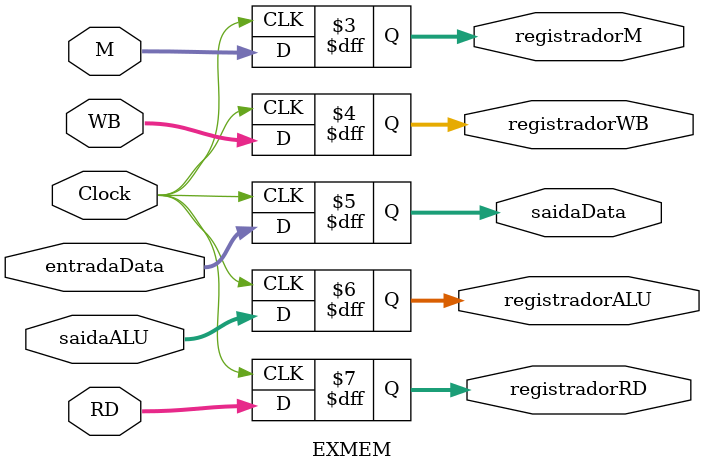
<source format=v>
module EXMEM(
  input Clock,
  input [1:0] WB,
  input [2:0] M,
  input [4:0] RD,
  input [31:0] entradaData, saidaALU,
  output reg [2:0] registradorM,
  output reg [1:0] registradorWB,
  output reg [31:0] saidaData, registradorALU,
  output reg [4:0] registradorRD);

 initial begin
 
  registradorWB=0;
  registradorM=0;
  registradorALU=0;
  saidaData=0;
  registradorRD=0;

 end

 always@(posedge Clock) begin

  registradorWB <= WB;
  registradorM <= M;
  registradorALU <= saidaALU;
  registradorRD <= RD;
  saidaData <= entradaData;

 end

endmodule

</source>
